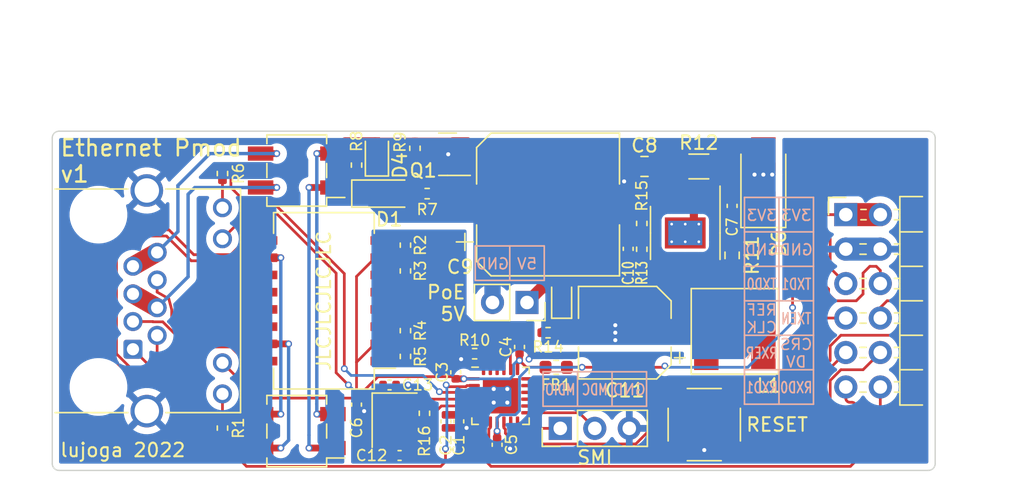
<source format=kicad_pcb>
(kicad_pcb (version 20211014) (generator pcbnew)

  (general
    (thickness 1.6)
  )

  (paper "A4")
  (layers
    (0 "F.Cu" signal)
    (31 "B.Cu" signal)
    (32 "B.Adhes" user "B.Adhesive")
    (33 "F.Adhes" user "F.Adhesive")
    (34 "B.Paste" user)
    (35 "F.Paste" user)
    (36 "B.SilkS" user "B.Silkscreen")
    (37 "F.SilkS" user "F.Silkscreen")
    (38 "B.Mask" user)
    (39 "F.Mask" user)
    (40 "Dwgs.User" user "User.Drawings")
    (41 "Cmts.User" user "User.Comments")
    (42 "Eco1.User" user "User.Eco1")
    (43 "Eco2.User" user "User.Eco2")
    (44 "Edge.Cuts" user)
    (45 "Margin" user)
    (46 "B.CrtYd" user "B.Courtyard")
    (47 "F.CrtYd" user "F.Courtyard")
    (48 "B.Fab" user)
    (49 "F.Fab" user)
    (50 "User.1" user)
    (51 "User.2" user)
    (52 "User.3" user)
    (53 "User.4" user)
    (54 "User.5" user)
    (55 "User.6" user)
    (56 "User.7" user)
    (57 "User.8" user)
    (58 "User.9" user)
  )

  (setup
    (stackup
      (layer "F.SilkS" (type "Top Silk Screen") (color "White"))
      (layer "F.Paste" (type "Top Solder Paste"))
      (layer "F.Mask" (type "Top Solder Mask") (color "Black") (thickness 0.01))
      (layer "F.Cu" (type "copper") (thickness 0.035))
      (layer "dielectric 1" (type "core") (thickness 1.51) (material "FR4") (epsilon_r 4.5) (loss_tangent 0.02))
      (layer "B.Cu" (type "copper") (thickness 0.035))
      (layer "B.Mask" (type "Bottom Solder Mask") (color "Black") (thickness 0.01))
      (layer "B.Paste" (type "Bottom Solder Paste"))
      (layer "B.SilkS" (type "Bottom Silk Screen") (color "White"))
      (copper_finish "HAL lead-free")
      (dielectric_constraints no)
    )
    (pad_to_mask_clearance 0)
    (pcbplotparams
      (layerselection 0x00010fc_ffffffff)
      (disableapertmacros false)
      (usegerberextensions false)
      (usegerberattributes true)
      (usegerberadvancedattributes true)
      (creategerberjobfile true)
      (svguseinch false)
      (svgprecision 6)
      (excludeedgelayer true)
      (plotframeref false)
      (viasonmask false)
      (mode 1)
      (useauxorigin false)
      (hpglpennumber 1)
      (hpglpenspeed 20)
      (hpglpendiameter 15.000000)
      (dxfpolygonmode true)
      (dxfimperialunits true)
      (dxfusepcbnewfont true)
      (psnegative false)
      (psa4output false)
      (plotreference true)
      (plotvalue true)
      (plotinvisibletext false)
      (sketchpadsonfab false)
      (subtractmaskfromsilk false)
      (outputformat 1)
      (mirror false)
      (drillshape 1)
      (scaleselection 1)
      (outputdirectory "")
    )
  )

  (net 0 "")
  (net 1 "+1V2")
  (net 2 "GND")
  (net 3 "VDDA")
  (net 4 "+3V3")
  (net 5 "Net-(C7-Pad1)")
  (net 6 "Net-(C7-Pad2)")
  (net 7 "VDC")
  (net 8 "GND1")
  (net 9 "+5V")
  (net 10 "Net-(C10-Pad2)")
  (net 11 "Net-(D1-Pad2)")
  (net 12 "/DC+A")
  (net 13 "Net-(D2-Pad3)")
  (net 14 "/DC-A")
  (net 15 "/DC+B")
  (net 16 "/DC-B")
  (net 17 "Net-(D4-Pad1)")
  (net 18 "Net-(D5-Pad1)")
  (net 19 "/LED2")
  (net 20 "/LED1")
  (net 21 "/RXD1")
  (net 22 "/RXER")
  (net 23 "/REFCLK")
  (net 24 "/TXD0")
  (net 25 "/RXD0")
  (net 26 "/CRS_DV")
  (net 27 "/TXEN")
  (net 28 "/TXD1")
  (net 29 "/MDIO")
  (net 30 "/MDC")
  (net 31 "/TXN")
  (net 32 "/TXP")
  (net 33 "/RXN")
  (net 34 "/RXP")
  (net 35 "Net-(R10-Pad1)")
  (net 36 "Net-(R11-Pad1)")
  (net 37 "Net-(R12-Pad2)")
  (net 38 "Net-(SW1-Pad2)")
  (net 39 "Net-(C12-Pad1)")
  (net 40 "Net-(C13-Pad1)")
  (net 41 "unconnected-(U2-Pad6)")
  (net 42 "unconnected-(U2-Pad7)")
  (net 43 "Net-(R16-Pad2)")
  (net 44 "/RX-")
  (net 45 "/RX+")
  (net 46 "/TX-")
  (net 47 "/TX+")
  (net 48 "Net-(J1-Pad9)")
  (net 49 "Net-(J1-Pad12)")

  (footprint "Capacitor_SMD:C_0402_1005Metric" (layer "F.Cu") (at 142.33 106.2))

  (footprint "Capacitor_SMD:C_0402_1005Metric" (layer "F.Cu") (at 159.9 96.17 90))

  (footprint "Resistor_SMD:R_0603_1608Metric" (layer "F.Cu") (at 167.55 96.65 90))

  (footprint "Resistor_SMD:R_0402_1005Metric" (layer "F.Cu") (at 143.5 104.1 -90))

  (footprint "Connector_PinHeader_2.54mm:PinHeader_1x03_P2.54mm_Vertical" (layer "F.Cu") (at 154.9 109.4 90))

  (footprint "Capacitor_SMD:C_0402_1005Metric" (layer "F.Cu") (at 143.07 111.4 180))

  (footprint "Package_TO_SOT_SMD:SOT-23" (layer "F.Cu") (at 146.6 89.2 180))

  (footprint "Capacitor_SMD:CP_Elec_10x10" (layer "F.Cu") (at 154 92.9))

  (footprint "Connector_PinSocket_2.54mm:PinSocket_1x02_P2.54mm_Vertical" (layer "F.Cu") (at 152.45 100.125 -90))

  (footprint "Capacitor_SMD:C_0402_1005Metric" (layer "F.Cu") (at 147.2 105.27 90))

  (footprint "Capacitor_SMD:CP_Elec_6.3x7.7" (layer "F.Cu") (at 159.65 102.35 180))

  (footprint "Resistor_SMD:R_0402_1005Metric" (layer "F.Cu") (at 148.595 103.9 180))

  (footprint "Diode_SMD:D_SMA" (layer "F.Cu") (at 169.85 91.2 90))

  (footprint "Inductor_SMD:L_0603_1608Metric" (layer "F.Cu") (at 154.6 104.9 180))

  (footprint "Resistor_SMD:R_0402_1005Metric" (layer "F.Cu") (at 130.03 90.62 -90))

  (footprint "Resistor_SMD:R_0402_1005Metric" (layer "F.Cu") (at 143.5 102.2 90))

  (footprint "Capacitor_SMD:C_0402_1005Metric" (layer "F.Cu") (at 139.9 107.65 -90))

  (footprint "Connector_PinHeader_2.54mm:PinHeader_2x06_P2.54mm_Horizontal" (layer "F.Cu") (at 175.92 93.65))

  (footprint "Resistor_SMD:R_0402_1005Metric" (layer "F.Cu") (at 143.5 95.9 90))

  (footprint "LED_SMD:LED_0603_1608Metric" (layer "F.Cu") (at 155 99.8 90))

  (footprint "ethernet-pmod:Diode_Bridge_Diodes_MBF" (layer "F.Cu") (at 135.5 109.6 180))

  (footprint "Resistor_SMD:R_0402_1005Metric" (layer "F.Cu") (at 144.9 108.29 90))

  (footprint "ethernet-pmod:L_Cenker_CKCS60xx" (layer "F.Cu") (at 167.75 102.25 180))

  (footprint "Capacitor_SMD:C_0402_1005Metric" (layer "F.Cu") (at 151.9 103.4 90))

  (footprint "ethernet-pmod:Transformer_Ethernet_HanRun_HY601742" (layer "F.Cu") (at 137.5 100 90))

  (footprint "Resistor_SMD:R_0402_1005Metric" (layer "F.Cu") (at 130.03 109.38 90))

  (footprint "Capacitor_SMD:C_0402_1005Metric" (layer "F.Cu") (at 167.55 93.005 90))

  (footprint "Resistor_SMD:R_0402_1005Metric" (layer "F.Cu") (at 160.9 94.3 90))

  (footprint "Resistor_SMD:R_1206_3216Metric" (layer "F.Cu") (at 165.1 90.1))

  (footprint "Capacitor_SMD:C_0402_1005Metric" (layer "F.Cu") (at 147.43 108.885 -90))

  (footprint "ethernet-pmod:SW_Push_SPST_NO_XKB_TS-1187A-X-X-X" (layer "F.Cu") (at 165.5 109.125 180))

  (footprint "Resistor_SMD:R_0402_1005Metric" (layer "F.Cu") (at 139.9 90 90))

  (footprint "Capacitor_SMD:C_0402_1005Metric" (layer "F.Cu") (at 150.25 110.61 -90))

  (footprint "Diode_SMD:D_SOD-123" (layer "F.Cu") (at 141.8 92.1))

  (footprint "Package_SO:SOIC-8-1EP_3.9x4.9mm_P1.27mm_EP2.29x3mm_ThermalVias" (layer "F.Cu") (at 164.1 95 -90))

  (footprint "Package_DFN_QFN:QFN-24-1EP_4x4mm_P0.5mm_EP2.6x2.6mm" (layer "F.Cu") (at 150.5 107))

  (footprint "Resistor_SMD:R_0402_1005Metric" (layer "F.Cu") (at 144.2 88.76 90))

  (footprint "Diode_SMD:D_SOD-323" (layer "F.Cu") (at 141.4 89.3 90))

  (footprint "ethernet-pmod:RJ45_Ckmtw_R-RJ45R08P-C000" (layer "F.Cu") (at 123.44 103.57 180))

  (footprint "Resistor_SMD:R_0402_1005Metric" (layer "F.Cu") (at 160.9 96.2 90))

  (footprint "ethernet-pmod:Diode_Bridge_Diodes_MBF" (layer "F.Cu") (at 135.5 90.4 180))

  (footprint "Resistor_SMD:R_0402_1005Metric" (layer "F.Cu") (at 145.1 92.1))

  (footprint "Capacitor_SMD:C_0402_1005Metric" (layer "F.Cu") (at 146.48 108.885 -90))

  (footprint "Resistor_SMD:R_0402_1005Metric" (layer "F.Cu") (at 154 102.35))

  (footprint "Capacitor_SMD:C_0805_2012Metric" (layer "F.Cu") (at 161.1 90.1 180))

  (footprint "Crystal:Crystal_SMD_3225-4Pin_3.2x2.5mm" (layer "F.Cu") (at 142.7 108.8 -90))

  (footprint "Resistor_SMD:R_0402_1005Metric" (layer "F.Cu") (at 143.5 97.8 -90))

  (gr_line (start 161.25 107.77) (end 161.25 105.23) (layer "B.SilkS") (width 0.12) (tstamp 02cbca8a-25eb-4954-bfd2-934c73879f25))
  (gr_line (start 153.63 105.23) (end 153.63 107.77) (layer "B.SilkS") (width 0.12) (tstamp 16461d99-3dc2-4a22-b461-4db9958bd41b))
  (gr_line (start 153.72 95.955) (end 148.64 95.955) (layer "B.SilkS") (width 0.12) (tstamp 223b7e38-6fd8-42eb-897e-9c0b68c26e1e))
  (gr_line (start 161.25 105.23) (end 153.63 105.23) (layer "B.SilkS") (width 0.12) (tstamp 3740ef6b-74a0-4201-8f3b-63ff32c59fab))
  (gr_line (start 168.46 92.38) (end 173.54 92.38) (layer "B.SilkS") (width 0.12) (tstamp 3aea9534-cc2f-4945-b573-d9177f31f426))
  (gr_line (start 148.64 95.955) (end 148.64 98.495) (layer "B.SilkS") (width 0.12) (tstamp 4275afbc-61dc-4c58-a01d-67948625a07d))
  (gr_line (start 151.18 95.955) (end 151.18 98.495) (layer "B.SilkS") (width 0.12) (tstamp 4b0b2d3a-6a2e-4242-82ec-a182b09f165a))
  (gr_line (start 168.46 107.62) (end 168.46 92.38) (layer "B.SilkS") (width 0.12) (tstamp 5416b10c-eb2c-45d0-956a-d3dfb899d3da))
  (gr_line (start 173.54 92.38) (end 173.54 107.62) (layer "B.SilkS") (width 0.12) (tstamp 566766d6-c281-4d47-b628-a2a6b0950eb1))
  (gr_line (start 168.46 102.54) (end 173.54 102.54) (layer "B.SilkS") (width 0.12) (tstamp 5d71c761-ebf7-4fb1-b44b-0b32e19857a1))
  (gr_line (start 153.63 107.77) (end 161.25 107.77) (layer "B.SilkS") (width 0.12) (tstamp 85d005f5-9f35-4f2c-97fd-0951d2fd8dd5))
  (gr_line (start 148.64 98.495) (end 153.72 98.495) (layer "B.SilkS") (width 0.12) (tstamp 875abf8e-f098-4e81-b262-3915563cb186))
  (gr_line (start 171 92.38) (end 171 107.62) (layer "B.SilkS") (width 0.12) (tstamp 8c5cc9c8-c609-486f-af77-fbd6f61a3382))
  (gr_line (start 156.17 105.23) (end 156.17 107.77) (layer "B.SilkS") (width 0.12) (tstamp 9af0b00d-6b54-4a4e-a7ea-2aabb8959c79))
  (gr_line (start 168.46 97.46) (end 173.54 97.46) (layer "B.SilkS") (width 0.12) (tstamp b18247e0-b929-4a1d-8ccb-67c9d7de033b))
  (gr_line (start 168.46 105.08) (end 173.54 105.08) (layer "B.SilkS") (width 0.12) (tstamp b325b969-6c66-4369-b163-732894b02715))
  (gr_line (start 173.54 107.62) (end 168.46 107.62) (layer "B.SilkS") (width 0.12) (tstamp d75828e4-f3a0-4c8c-9355-05078bdb6bb8))
  (gr_line (start 153.72 98.495) (end 153.72 95.955) (layer "B.SilkS") (width 0.12) (tstamp e04538aa-0c84-4716-b0e6-4fe506df9c5f))
  (gr_line (start 168.46 94.92) (end 173.54 94.92) (layer "B.SilkS") (width 0.12) (tstamp e350db45-56aa-48ad-ad0e-72de6675c6d9))
  (gr_line (start 168.46 100) (end 173.54 100) (layer "B.SilkS") (width 0.12) (tstamp f7a44913-5a4f-405a-87aa-4fff3ff0c737))
  (gr_line (start 158.71 107.77) (end 158.71 105.23) (layer "B.SilkS") (width 0.12) (tstamp fc7480f4-a850-43ea-82fb-ce00089ea126))
  (gr_arc (start 118 112.5) (mid 117.646447 112.353553) (end 117.5 112) (layer "Edge.Cuts") (width 0.1) (tstamp 1b27b212-f6be-4361-93af-1345adfd78d1))
  (gr_line (start 118 112.5) (end 182 112.5) (layer "Edge.Cuts") (width 0.1) (tstamp 1bbd6a17-a3a4-4d64-91fb-960dc8c86e3e))
  (gr_line (start 182 87.5) (end 118 87.5) (layer "Edge.Cuts") (width 0.1) (tstamp 32c682dc-0d51-48d4-ad7a-67bb52e887c8))
  (gr_arc (start 182 87.5) (mid 182.353553 87.646447) (end 182.5 88) (layer "Edge.Cuts") (width 0.1) (tstamp 3739c676-d3f3-463a-8136-ee33186e8883))
  (gr_arc (start 182.5 112) (mid 182.353553 112.353553) (end 182 112.5) (layer "Edge.Cuts") (width 0.1) (tstamp 38f7f5bc-f429-4925-96e0-70c773485a6f))
  (gr_line (start 182.5 112) (end 182.5 88) (layer "Edge.Cuts") (width 0.1) (tstamp b0dd6ee3-0ec1-4fe6-a3ac-dff8fc4acf34))
  (gr_arc (start 117.5 88) (mid 117.646447 87.646447) (end 118 87.5) (layer "Edge.Cuts") (width 0.1) (tstamp bd0f7918-d1af-4a58-8a81-84ecff580770))
  (gr_line (start 117.5 88) (end 117.5 112) (layer "Edge.Cuts") (width 0.1) (tstamp ef6d9a30-d751-4692-98e4-c6aaec6df432))
  (gr_text "5V" (at 152.45 97.275) (layer "B.SilkS") (tstamp 148c1aae-e980-4fa1-87d5-b76373e1365b)
    (effects (font (size 0.8 0.8) (thickness 0.12)) (justify mirror))
  )
  (gr_text "MDC" (at 157.44 106.55) (layer "B.SilkS") (tstamp 2bb7a324-726f-4f3f-96e5-1b3dcccc86ac)
    (effects (font (size 0.8 0.6) (thickness 0.12)) (justify mirror))
  )
  (gr_text "RXD0" (at 172.27 106.4) (layer "B.SilkS") (tstamp 2f9b2116-f96c-4347-8e7e-fc202ad6c6b0)
    (effects (font (size 0.8 0.6) (thickness 0.12)) (justify mirror))
  )
  (gr_text "TXD1" (at 172.27 98.78) (layer "B.SilkS") (tstamp 36283506-7508-49a3-b80a-07d031b9f975)
    (effects (font (size 0.8 0.6) (thickness 0.12)) (justify mirror))
  )
  (gr_text "TXEN" (at 172.27 101.32) (layer "B.SilkS") (tstamp 38c558b2-97ee-4e00-aa11-9c2d34737f03)
    (effects (font (size 0.8 0.6) (thickness 0.12)) (justify mirror))
  )
  (gr_text "GND" (at 159.98 106.55) (layer "B.SilkS") (tstamp 4cefb038-7c6a-4739-8334-eb7f5ec1a568)
    (effects (font (size 0.8 0.8) (thickness 0.12)) (justify mirror))
  )
  (gr_text "RXD1" (at 169.73 106.4) (layer "B.SilkS") (tstamp 5697f8b1-0dbd-4b79-ba47-109f04a36602)
    (effects (font (size 0.8 0.6) (thickness 0.12)) (justify mirror))
  )
  (gr_text "GND" (at 169.73 96.24) (layer "B.SilkS") (tstamp 653ed619-32da-4aa5-9ef5-2aa046a30181)
    (effects (font (size 0.8 0.8) (thickness 0.12)) (justify mirror))
  )
  (gr_text "3V3" (at 169.73 93.7) (layer "B.SilkS") (tstamp 7f9a56a5-cc85-4574-bd30-3379858d8272)
    (effects (font (size 0.8 0.8) (thickness 0.12)) (justify mirror))
  )
  (gr_text "RXER" (at 169.73 103.86) (layer "B.SilkS") (tstamp ae66ff4f-6253-4474-84c7-b89d108a0d91)
    (effects (font (size 0.8 0.6) (thickness 0.12)) (justify mirror))
  )
  (gr_text "GND" (at 149.91 97.275) (layer "B.SilkS") (tstamp be8447ca-b858-4754-b51f-f1f40b05bc70)
    (effects (font (size 0.8 0.8) (thickness 0.12)) (justify mirror))
  )
  (gr_text "MDIO" (at 154.9 106.55) (layer "B.SilkS") (tstamp c09205b2-e076-41c6-8387-abf158ef5040)
    (effects (font (size 0.8 0.6) (thickness 0.12)) (justify mirror))
  )
  (gr_text "GND" (at 172.27 96.24) (layer "B.SilkS") (tstamp c6ccf901-539f-4993-b275-11e1c7900267)
    (effects (font (size 0.8 0.8) (thickness 0.12)) (justify mirror))
  )
  (gr_text "CRS\nDV" (at 172.27 103.86) (layer "B.SilkS") (tstamp c8b87722-216d-453d-9a0c-2e84b0f86e79)
    (effects (font (size 0.8 0.8) (thickness 0.12)) (justify mirror))
  )
  (gr_text "TXD0" (at 169.73 98.78) (layer "B.SilkS") (tstamp cfedb1f9-ba27-4bf0-8020-3bed29272a2a)
    (effects (font (size 0.8 0.6) (thickness 0.12)) (justify mirror))
  )
  (gr_text "3V3" (at 172.27 93.7) (layer "B.SilkS") (tstamp d31dc179-119d-4b95-bcae-366d05cde851)
    (effects (font (size 0.8 0.8) (thickness 0.12)) (justify mirror))
  )
  (gr_text "REF\nCLK" (at 169.73 101.32) (layer "B.SilkS") (tstamp fb84c85b-5955-41c2-92b1-a4263ae84cd3)
    (effects (font (size 0.8 0.8) (thickness 0.12)) (justify mirror))
  )
  (gr_text "Ethernet Pmod\nv1" (at 118 89.7) (layer "F.SilkS") (tstamp 26f739ef-9b16-4e32-b3a8-47bf49a8fc19)
    (effects (font (size 1.2 1.2) (thickness 0.18)) (justify left))
  )
  (gr_text "lujoga 2022" (at 118 111) (layer "F.SilkS") (tstamp 4d0b6203-bce9-455d-a850-93c4d816b539)
    (effects (font (size 1 1) (thickness 0.15)) (justify left))
  )
  (gr_text "RESET" (at 168.5 109.125) (layer "F.SilkS") (tstamp 828093b0-ddd2-4186-b4e2-a2eea7f89217)
    (effects (font (size 1 1) (thickness 0.15)) (justify left))
  )
  (gr_text "PoE\n5V" (at 148 100.175) (layer "F.SilkS") (tstamp 860d1c25-07b0-41e0-b637-224a833ac2e8)
    (effects (font (size 1 1) (thickness 0.15)) (justify right))
  )
  (gr_text "JLCJLCJLCJLC" (at 137.5 100 90) (layer "F.SilkS") (tstamp 99e86908-ec7f-4cc6-a39a-a78be558ca0a)
    (effects (font (size 1 1) (thickness 0.15)))
  )
  (gr_text "SMI" (at 157.44 111.55) (layer "F.SilkS") (tstamp c0834801-ae31-4120-8fe4-99c5f4a96bbf)
    (effects (font (size 1 1) (thickness 0.15)))
  )

  (segment (start 148.5625 108.25) (end 147.585 108.25) (width 0.25) (layer "F.Cu") (net 1) (tstamp 3e80706d-c6f4-433e-8c6d-982d91fdb1c8))
  (segment (start 147.585 108.25) (end 147.43 108.405) (width 0.2) (layer "F.Cu") (net 1) (tstamp a283d39f-18ac-4144-9a42-92362a186988))
  (segment (start 146.48 108.405) (end 147.43 108.405) (width 0.56) (layer "F.Cu") (net 1) (tstamp dd5f3127-fc4a-4902-854d-ce706717059f))
  (segment (start 130.03 95.43) (end 132.06 93.4) (width 0.2) (layer "F.Cu") (net 2) (tstamp 0257fa17-2d1e-42d6-b3e1-786a3a864805))
  (segment (start 152.6 103.62) (end 152.6 104.3) (width 0.2) (layer "F.Cu") (net 2) (tstamp 10f607a4-6565-4f9d-828c-594a3c628599))
  (segment (start 147.43 109.365) (end 148 109.365) (width 0.5) (layer "F.Cu") (net 2) (tstamp 287ac16b-5b6d-4454-a3ce-51d32651389e))
  (segment (start 141.85 109.9) (end 141.85 110.66) (width 0.2) (layer "F.Cu") (net 2) (tstamp 28942f2b-d9e3-4c52-87eb-09e7c663945b))
  (segment (start 143.55 106.94) (end 142.81 106.2) (width 0.2) (layer "F.Cu") (net 2) (tstamp 2f6ead31-9746-4526-8077-db5689921c68))
  (segment (start 140.46 108.13) (end 140.46 110.26) (width 0.2) (layer "F.Cu") (net 2) (tstamp 43dd5961-4f23-4b41-b38c-f9ccdef60f86))
  (segment (start 138.4 97.965686) (end 138.4 105.3) (width 0.2) (layer "F.Cu") (net 2) (tstamp 4583d555-e7eb-4a16-9208-11cbf49f0ff9))
  (segment (start 141.85 110.66) (end 142.59 111.4) (width 0.2) (layer "F.Cu") (net 2) (tstamp 481e057d-4b95-44b7-b993-948483742d60))
  (segment (start 150.25 111.09) (end 151.01 111.09) (width 0.2) (layer "F.Cu") (net 2) (tstamp 4bbd492c-ba37-4b56-b4b9-e94f21477695))
  (segment (start 151.9 102.92) (end 152.6 103.62) (width 0.2) (layer "F.Cu") (net 2) (tstamp 4f8f6504-c4e8-4f74-bd17-7c9f38a89e6d))
  (segment (start 165.5 111) (end 168.5 111) (width 0.2) (layer "F.Cu") (net 2) (tstamp 530349b6-b4a3-4e20-ac09-dc9e88e059cb))
  (segment (start 139.9 108.13) (end 140.46 108.13) (width 0.5) (layer "F.Cu") (net 2) (tstamp 5d90edda-2ff1-43c2-9acc-be3e981434d3))
  (segment (start 140.46 110.26) (end 141.6 111.4) (width 0.2) (layer "F.Cu") (net 2) (tstamp 663a6b8f-359d-4686-bc2e-040864544f7b))
  (segment (start 133.834314 93.4) (end 138.4 97.965686) (width 0.2) (layer "F.Cu") (net 2) (tstamp 669a9b97-b69c-499b-a464-8e255bd1f7dc))
  (segment (start 142.81 106.2) (end 143.7 106.2) (width 0.2) (layer "F.Cu") (net 2) (tstamp 7a24eac3-70b2-40b0-beb7-cd58f566b7b6))
  (segment (start 148.085 103.9) (end 148 103.9) (width 0.2) (layer "F.Cu") (net 2) (tstamp 84cea9be-8c74-454a-967f-5fc23d956ef6))
  (segment (start 147.2 104.79) (end 147.2 104.7) (width 0.2) (layer "F.Cu") (net 2) (tstamp 8741755f-0750-4e46-af45-65b4fc49f2e0))
  (segment (start 162.5 111) (end 165.5 111) (width 0.2) (layer "F.Cu") (net 2) (tstamp 95ec16c5-d805-424e-9c2c-914311955ff9))
  (segment (start 147.2 104.7) (end 147.6 104.3) (width 0.2) (layer "F.Cu") (net 2) (tstamp a5e58745-fe73-4566-a34d-cc37409445e8))
  (segment (start 132.06 93.4) (end 133.834314 93.4) (width 0.2) (layer "F.Cu") (net 2) (tstamp ac68e3b7-ca4b-4c10-88fe-7c10c266651c))
  (segment (start 141.6 111.4) (end 142.59 111.4) (width 0.2) (layer "F.Cu") (net 2) (tstamp af36d0ab-0da9-48d9-a51c-d40b69b9d9f9))
  (segment (start 148 103.9) (end 147.6 104.3) (width 0.2) (layer "F.Cu") (net 2) (tstamp b7a7a1de-6976-48ba-ad43-32488427143a))
  (segment (start 151.01 111.09) (end 151.2 110.9) (width 0.2) (layer "F.Cu") (net 2) (tstamp dcf6fed0-f763-47f1-ab3e-c86b494bee31))
  (segment (start 138.4 105.3) (end 139.3 106.2) (width 0.2) (layer "F.Cu") (net 2) (tstamp e8444c10-d001-49d7-b1f9-8f41d4cef0b8))
  (segment (start 143.55 107.7) (end 143.55 106.94) (width 0.2) (layer "F.Cu") (net 2) (tstamp f978c38e-371c-4e7c-bd85-ac630bc4ea4e))
  (segment (start 146.48 109.365) (end 147.43 109.365) (width 0.56) (layer "F.Cu") (net 2) (tstamp fe977e65-2904-416c-86cf-b60d84b3e196))
  (via (at 140.46 108.13) (size 0.5) (drill 0.3) (layers "F.Cu" "B.Cu") (net 2) (tstamp 0ea11515-b8a7-4900-a85b-fc084bae88a7))
  (via (at 151 106.5) (size 0.5) (drill 0.3) (layers "F.Cu" "B.Cu") (net 2) (tstamp 141187c8-acb9-48ee-8c39-75b68e6dbefd))
  (via (at 152.6 104.3) (size 0.5) (drill 0.3) (layers "F.Cu" "B.Cu") (net 2) (tstamp 1fc6e023-708c-49c1-aec2-4573625b365c))
  (via (at 148 109.365) (size 0.5) (drill 0.3) (layers "F.Cu" "B.Cu") (net 2) (tstamp 418b3c58-f04d-449b-8619-d84d200cafe2))
  (via (at 151.2 110.9) (size 0.5) (drill 0.3) (layers "F.Cu" "B.Cu") (net 2) (tstamp 502e624f-310d-4782-8e18-4c079c90f211))
  (via (at 150 107.5) (size 0.5) (drill 0.3) (layers "F.Cu" "B.Cu") (net 2) (tstamp 56ea6aa9-dc9e-493d-9df5-9a16e566104d))
  (via (at 139.3 106.2) (size 0.5) (drill 0.3) (layers "F.Cu" "B.Cu") (net 2) (tstamp 77bd17c4-39c7-4c56-9b97-7f177c5c4cd6))
  (via (at 150 106.5) (size 0.5) (drill 0.3) (layers "F.Cu" "B.Cu") (net 2) (tstamp 98c707fb-10f6-4902-bb35-9c83e8478fa3))
  (via (at 165.5 111) (size 0.5) (drill 0.3) (layers "F.Cu" "B.Cu") (net 2) (tstamp a104581f-f547-44e6-831a-428fcf307e3b))
  (via (at 147.6 104.3) (size 0.5) (drill 0.3) (layers "F.Cu" "B.Cu") (net 2) (tstamp ada0a173-3850-4033-b924-952aac4ac100))
  (via (at 151 107.5) (size 0.5) (drill 0.3) (layers "F.Cu" "B.Cu") (net 2) (tstamp c2bc572c-0291-4be2-addd-82566985b7f9))
  (via (at 143.7 106.2) (size 0.5) (drill 0.3) (layers "F.Cu" "B.Cu") (net 2) (tstamp feaac4c8-c1e8-4f7c-b36a-ed6f3547affe))
  (segment (start 140.46 107.36) (end 140.46 108.13) (width 0.2) (layer "B.Cu") (net 2) (tstamp 369baf4e-7dcf-4d93-9460-4ae76072e34d))
  (segment (start 178.46 96.19) (end 175.92 96.19) (width 1.7) (layer "B.Cu") (net 2) (tstamp b6df3ba1-8be2-40a2-bc38-5dbd43f6415d))
  (segment (start 139.3 106.2) (end 140.46 107.36) (width 0.2) (layer "B.Cu") (net 2) (tstamp fa5aeada-de67-4e55-a84f-514569e7024c))
  (segment (start 141.8815 96.825) (end 143.5 96.825) (width 0.635) (layer "F.Cu") (net 3) (tstamp 0a2e5559-c07d-49e8-b857-517a71a052da))
  (segment (start 141.2465 103.175) (end 141.8815 103.175) (width 0.2) (layer "F.Cu") (net 3) (tstamp 2b0a7048-5ace-4e18-81ec-c81809990472))
  (segment (start 139.9 104.5215) (end 141.2465 103.175) (width 0.2) (layer "F.Cu") (net 3) (tstamp 3034a184-5370-4e20-9076-bbda36b
... [178902 chars truncated]
</source>
